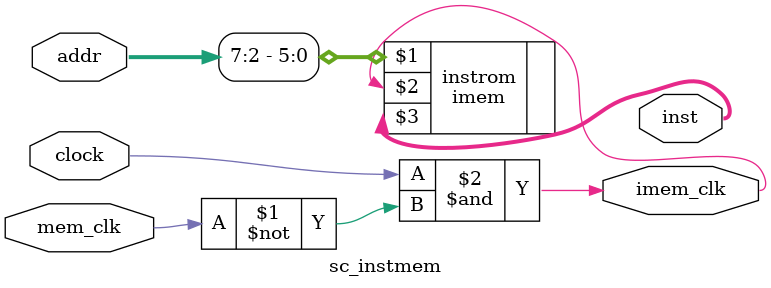
<source format=v>
module sc_instmem (addr,inst,clock,mem_clk,imem_clk);
   input  [31:0] addr;
   input         clock;
   input         mem_clk;
   output [31:0] inst;
   output        imem_clk;
   
   wire          imem_clk;

   assign  imem_clk = clock & ( ~ mem_clk );      
   
   imem instrom (addr[7:2],imem_clk,inst); 
   

endmodule 
</source>
